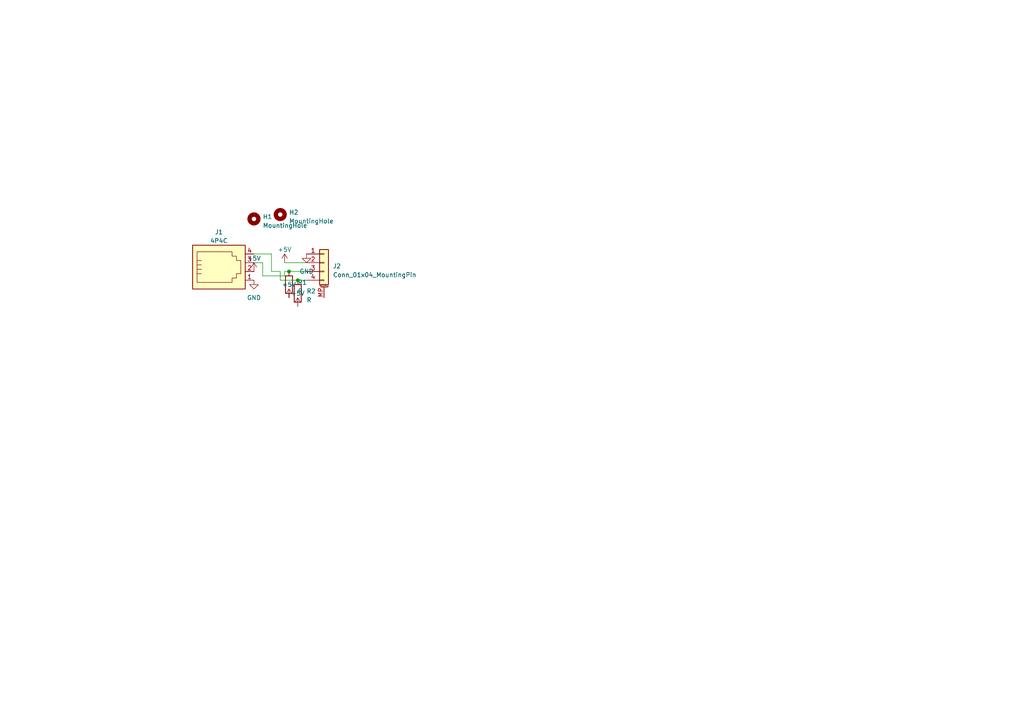
<source format=kicad_sch>
(kicad_sch (version 20230121) (generator eeschema)
  (paper "A4")
  (lib_symbols
    (symbol "Connector:4P4C" (pin_names (offset 1.016))
      (property "Reference" "J" (at -5.08 8.89 0))
      (property "Value" "4P4C" (at 2.54 8.89 0))
      (symbol "4P4C_0_1"
        (polyline (pts (xy -6.35 -0.635) (xy -5.08 -0.635) (xy -5.08 -0.635)))
        (polyline (pts (xy -6.35 0.635) (xy -5.08 0.635) (xy -5.08 0.635)))
        (polyline (pts (xy -6.35 1.905) (xy -5.08 1.905) (xy -5.08 1.905)))
        (polyline (pts (xy -6.35 3.175) (xy -5.08 3.175) (xy -5.08 3.175)))
        (polyline (pts (xy -6.35 -3.175) (xy -6.35 5.715) (xy -1.27 5.715) (xy 3.81 5.715) (xy 3.81 4.445) (xy 5.08 4.445) (xy 5.08 3.175) (xy 6.35 3.175) (xy 6.35 -0.635) (xy 5.08 -0.635) (xy 5.08 -1.905) (xy 3.81 -1.905) (xy 3.81 -3.175) (xy -6.35 -3.175) (xy -6.35 -3.175)))
        (rectangle (start 7.62 7.62) (end -7.62 -5.08) (stroke (width 0.254)) (fill (type background)))
      )
      (symbol "4P4C_1_1"
        (pin passive line (at 10.16 -2.54 180) (length 2.54) (name "~") (number "1"))
        (pin passive line (at 10.16 0 180) (length 2.54) (name "~") (number "2"))
        (pin passive line (at 10.16 2.54 180) (length 2.54) (name "~") (number "3"))
        (pin passive line (at 10.16 5.08 180) (length 2.54) (name "~") (number "4"))
      )
    )
    (symbol "Connector_Generic_MountingPin:Conn_01x04_MountingPin" (pin_names (offset 1.016) hide)
      (property "Reference" "J" (at 0 5.08 0))
      (property "Value" "Conn_01x04_MountingPin" (at 1.27 -7.62 0))
      (symbol "Conn_01x04_MountingPin_1_1"
        (rectangle (start -1.27 -4.953) (end 0 -5.207) (stroke (width 0.1524)))
        (rectangle (start -1.27 -2.413) (end 0 -2.667) (stroke (width 0.1524)))
        (rectangle (start -1.27 0.127) (end 0 -0.127) (stroke (width 0.1524)))
        (rectangle (start -1.27 2.667) (end 0 2.413) (stroke (width 0.1524)))
        (rectangle (start -1.27 3.81) (end 1.27 -6.35) (stroke (width 0.254)) (fill (type background)))
        (polyline (pts (xy -1.016 -7.112) (xy 1.016 -7.112)) (stroke (width 0.1524)))
        (text "Mounting" (at 0 -6.731 0) (effects (font (size 0.381 0.381))))
        (pin passive line (at -5.08 2.54 0) (length 3.81) (name "Pin_1") (number "1"))
        (pin passive line (at -5.08 0 0) (length 3.81) (name "Pin_2") (number "2"))
        (pin passive line (at -5.08 -2.54 0) (length 3.81) (name "Pin_3") (number "3"))
        (pin passive line (at -5.08 -5.08 0) (length 3.81) (name "Pin_4") (number "4"))
        (pin passive line (at 0 -10.16 90) (length 3.048) (name "MountPin") (number "MP"))
      )
    )
    (symbol "Device:R" (pin_numbers hide) (pin_names (offset 0))
      (property "Reference" "R" (at 2.032 0 90))
      (property "Value" "R" (at 0 0 90))
      (symbol "R_0_1"
        (rectangle (start -1.016 -2.54) (end 1.016 2.54) (stroke (width 0.254)))
      )
      (symbol "R_1_1"
        (pin passive line (at 0 3.81 270) (length 1.27) (name "~") (number "1"))
        (pin passive line (at 0 -3.81 90) (length 1.27) (name "~") (number "2"))
      )
    )
    (symbol "Mechanical:MountingHole" (pin_names (offset 1.016))
      (property "Reference" "H" (at 0 5.08 0))
      (property "Value" "MountingHole" (at 0 3.175 0))
      (symbol "MountingHole_0_1"
        (circle (center 0 0) (radius 1.27) (stroke (width 1.27)))
      )
    )
    (symbol "power:+5V" (power) (pin_names (offset 0))
      (property "Value" "+5V" (at 0 3.556 0))
      (symbol "+5V_0_1"
        (polyline (pts (xy -0.762 1.27) (xy 0 2.54)))
        (polyline (pts (xy 0 0) (xy 0 2.54)))
        (polyline (pts (xy 0 2.54) (xy 0.762 1.27)))
      )
      (symbol "+5V_1_1"
        (pin power_in line (at 0 0 90) (length 0) hide (name "+5V") (number "1"))
      )
    )
    (symbol "power:GND" (power) (pin_names (offset 0))
      (property "Value" "GND" (at 0 -3.81 0))
      (symbol "GND_0_1"
        (polyline (pts (xy 0 0) (xy 0 -1.27) (xy 1.27 -1.27) (xy 0 -2.54) (xy -1.27 -1.27) (xy 0 -1.27)))
      )
      (symbol "GND_1_1"
        (pin power_in line (at 0 0 270) (length 0) hide (name "GND") (number "1"))
      )
    )
  )
  (junction (at 83.82 78.74))
  (junction (at 86.36 81.28))
  (wire (pts (xy 86.36 81.28) (xy 88.9 81.28)))
  (wire (pts (xy 76.2 76.2) (xy 76.2 80.01)))
  (wire (pts (xy 81.28 78.74) (xy 81.28 81.28)))
  (wire (pts (xy 78.74 73.66) (xy 78.74 78.74)))
  (wire (pts (xy 82.55 76.2) (xy 88.9 76.2)))
  (wire (pts (xy 73.66 73.66) (xy 78.74 73.66)))
  (wire (pts (xy 81.28 81.28) (xy 86.36 81.28)))
  (wire (pts (xy 83.82 78.74) (xy 88.9 78.74)))
  (wire (pts (xy 76.2 80.01) (xy 82.55 80.01)))
  (wire (pts (xy 78.74 78.74) (xy 81.28 78.74)))
  (wire (pts (xy 73.66 76.2) (xy 76.2 76.2)))
  (wire (pts (xy 82.55 80.01) (xy 82.55 78.74)))
  (wire (pts (xy 82.55 78.74) (xy 83.82 78.74)))
  (symbol (lib_id "power:+5V") (at 82.55 76.2 0) (unit 1)
    (property "Reference" "#PWR04" (effects hide))
    (property "Value" "+5V" (at 82.55 72.39 0))
  )
  (symbol (lib_id "Device:R") (at 86.36 85.09 0) (unit 1)
    (property "Reference" "R2" (at 88.9 84.455 0) (effects (justify left)))
    (property "Value" "R" (at 88.9 86.995 0) (effects (justify left)))
    (property "Footprint" "Resistor_SMD:R_0805_2012Metric_Pad1.20x1.40mm_HandSolder" (effects hide))
  )
  (symbol (lib_id "power:+5V") (at 86.36 88.9 0) (unit 1)
    (property "Reference" "#PWR06" (effects hide))
    (property "Value" "+5V" (at 86.36 85.09 0))
  )
  (symbol (lib_id "power:+5V") (at 83.82 86.36 0) (unit 1)
    (property "Reference" "#PWR05" (effects hide))
    (property "Value" "+5V" (at 83.82 82.55 0))
  )
  (symbol (lib_id "Device:R") (at 83.82 82.55 0) (unit 1)
    (property "Reference" "R1" (at 86.36 81.915 0) (effects (justify left)))
    (property "Value" "R" (at 86.36 84.455 0) (effects (justify left)))
    (property "Footprint" "Resistor_SMD:R_0805_2012Metric_Pad1.20x1.40mm_HandSolder" (effects hide))
  )
  (symbol (lib_id "Mechanical:MountingHole") (at 73.66 63.5 0) (unit 1)
    (property "Reference" "H1" (at 76.2 62.865 0) (effects (justify left)))
    (property "Value" "MountingHole" (at 76.2 65.405 0) (effects (justify left)))
    (property "Footprint" "MountingHole:MountingHole_2.2mm_M2_ISO14580" (effects hide))
  )
  (symbol (lib_id "power:GND") (at 73.66 81.28 0) (unit 1)
    (property "Reference" "#PWR02" (effects hide))
    (property "Value" "GND" (at 73.66 86.36 0))
  )
  (symbol (lib_id "Connector:4P4C") (at 63.5 78.74 0) (unit 1)
    (property "Reference" "J1" (at 63.5 67.31 0))
    (property "Value" "4P4C" (at 63.5 69.85 0))
    (property "Footprint" "JohnDeereLibrary:MOLEX_0955012401" (effects hide))
  )
  (symbol (lib_id "Mechanical:MountingHole") (at 81.28 62.23 0) (unit 1)
    (property "Reference" "H2" (at 83.82 61.595 0) (effects (justify left)))
    (property "Value" "MountingHole" (at 83.82 64.135 0) (effects (justify left)))
    (property "Footprint" "MountingHole:MountingHole_2.2mm_M2_ISO14580" (effects hide))
  )
  (symbol (lib_id "power:GND") (at 88.9 73.66 0) (unit 1)
    (property "Reference" "#PWR01" (effects hide))
    (property "Value" "GND" (at 88.9 78.74 0))
  )
  (symbol (lib_id "Connector_Generic_MountingPin:Conn_01x04_MountingPin") (at 93.98 76.2 0) (unit 1)
    (property "Reference" "J2" (at 96.52 77.1906 0) (effects (justify left)))
    (property "Value" "Conn_01x04_MountingPin" (at 96.52 79.7306 0) (effects (justify left)))
    (property "Footprint" "Connector_JST:JST_SH_BM04B-SRSS-TB_1x04-1MP_P1.00mm_Vertical" (effects hide))
  )
  (symbol (lib_id "power:+5V") (at 73.66 78.74 0) (unit 1)
    (property "Reference" "#PWR03" (effects hide))
    (property "Value" "+5V" (at 73.66 74.93 0))
  )
)
</source>
